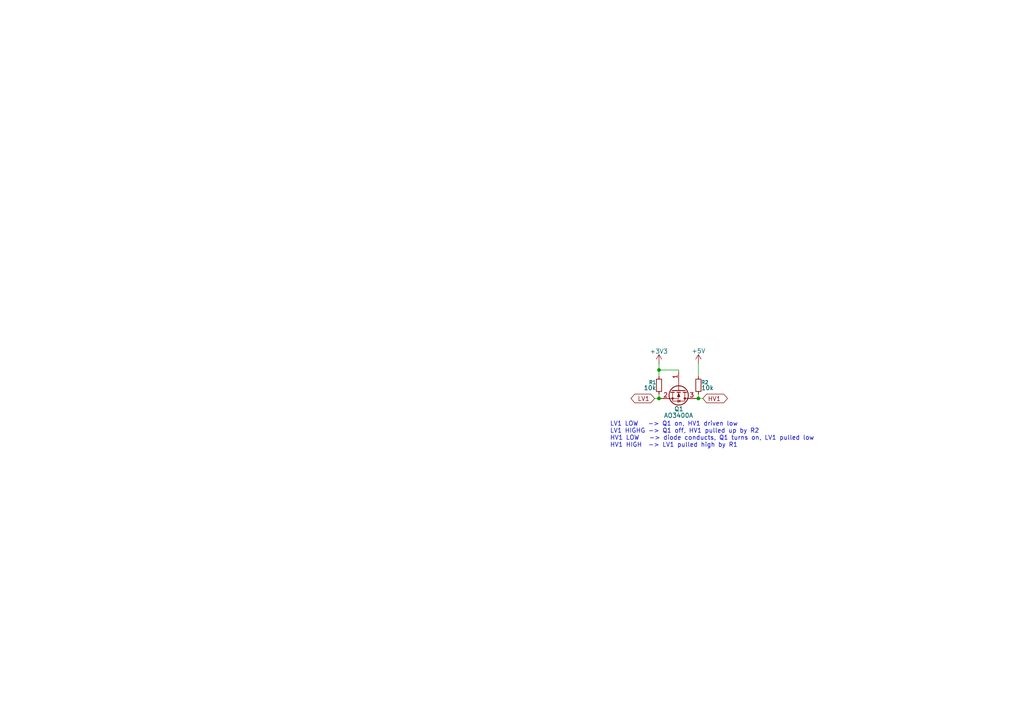
<source format=kicad_sch>
(kicad_sch (version 20250114) (generator "eeschema") (generator_version "9.0")
  (paper "A4")
  (lib_symbols
    (symbol "Device:R_Small" (pin_numbers (hide yes)) (pin_names (offset 0.254) (hide yes))
      (property "Reference" "R" (at 0 0 90))
      (property "Value" "R_Small" (at 1.778 0 90))
      (symbol "R_Small_0_1"
        (rectangle (start -0.762 1.778) (end 0.762 -1.778) (stroke (width 0.2032)))
      )
      (symbol "R_Small_1_1"
        (pin passive line (at 0 2.54 270) (length 0.762) (name "~") (number "1"))
        (pin passive line (at 0 -2.54 90) (length 0.762) (name "~") (number "2"))
      )
    )
    (symbol "Transistor_FET:AO3400A" (pin_names (offset 0) (hide yes))
      (property "Reference" "Q" (at 5.08 1.905 0))
      (property "Value" "AO3400A" (at 5.08 0 0))
      (symbol "AO3400A_0_1"
        (polyline (pts (xy 0.254 1.905) (xy 0.254 -1.905)) (stroke (width 0.254)))
        (polyline (pts (xy 0.254 0) (xy -2.54 0)))
        (polyline (pts (xy 0.762 2.286) (xy 0.762 1.27)) (stroke (width 0.254)))
        (polyline (pts (xy 0.762 0.508) (xy 0.762 -0.508)) (stroke (width 0.254)))
        (polyline (pts (xy 0.762 -1.27) (xy 0.762 -2.286)) (stroke (width 0.254)))
        (polyline (pts (xy 0.762 -1.778) (xy 3.302 -1.778) (xy 3.302 1.778) (xy 0.762 1.778)))
        (polyline (pts (xy 1.016 0) (xy 2.032 0.381) (xy 2.032 -0.381) (xy 1.016 0)) (fill (type outline)))
        (circle (center 1.651 0) (radius 2.794) (stroke (width 0.254)))
        (polyline (pts (xy 2.54 2.54) (xy 2.54 1.778)))
        (circle (center 2.54 1.778) (radius 0.254) (fill (type outline)))
        (circle (center 2.54 -1.778) (radius 0.254) (fill (type outline)))
        (polyline (pts (xy 2.54 -2.54) (xy 2.54 0) (xy 0.762 0)))
        (polyline (pts (xy 2.921 0.381) (xy 3.683 0.381)))
        (polyline (pts (xy 3.302 0.381) (xy 2.921 -0.254) (xy 3.683 -0.254) (xy 3.302 0.381)))
      )
      (symbol "AO3400A_1_1"
        (pin input line (at -5.08 0 0) (length 2.54) (name "G") (number "1"))
        (pin passive line (at 2.54 5.08 270) (length 2.54) (name "D") (number "3"))
        (pin passive line (at 2.54 -5.08 90) (length 2.54) (name "S") (number "2"))
      )
    )
    (symbol "power:+3V3" (power) (pin_numbers (hide yes)) (pin_names (offset 0) (hide yes))
      (property "Value" "+3V3" (at 0 3.556 0))
      (symbol "+3V3_0_1"
        (polyline (pts (xy -0.762 1.27) (xy 0 2.54)))
        (polyline (pts (xy 0 2.54) (xy 0.762 1.27)))
        (polyline (pts (xy 0 0) (xy 0 2.54)))
      )
      (symbol "+3V3_1_1"
        (pin power_in line (at 0 0 90) (length 0) (name "~") (number "1"))
      )
    )
    (symbol "power:+5V" (power) (pin_numbers (hide yes)) (pin_names (offset 0) (hide yes))
      (property "Value" "+5V" (at 0 3.556 0))
      (symbol "+5V_0_1"
        (polyline (pts (xy -0.762 1.27) (xy 0 2.54)))
        (polyline (pts (xy 0 2.54) (xy 0.762 1.27)))
        (polyline (pts (xy 0 0) (xy 0 2.54)))
      )
      (symbol "+5V_1_1"
        (pin power_in line (at 0 0 90) (length 0) (name "~") (number "1"))
      )
    )
  )
  (text "LV1 LOW   -> Q1 on, HV1 driven low\nLV1 HIGHG -> Q1 off, HV1 pulled up by R2\nHV1 LOW   -> diode conducts, Q1 turns on, LV1 pulled low\nHV1 HIGH  -> LV1 pulled high by R1" (at 176.9 126.1 0) (effects (font (size 1.27 1.27)) (justify left)))
  (junction (at 191.135 115.57))
  (junction (at 202.565 115.57))
  (junction (at 191.135 107.315))
  (wire (pts (xy 191.135 107.315) (xy 191.135 109.22)))
  (wire (pts (xy 196.85 107.315) (xy 191.135 107.315)))
  (wire (pts (xy 191.135 115.57) (xy 191.77 115.57)))
  (wire (pts (xy 196.85 107.95) (xy 196.85 107.315)))
  (wire (pts (xy 202.565 115.57) (xy 203.835 115.57)))
  (wire (pts (xy 202.565 105.41) (xy 202.565 109.22)))
  (wire (pts (xy 201.93 115.57) (xy 202.565 115.57)))
  (wire (pts (xy 191.135 114.3) (xy 191.135 115.57)))
  (wire (pts (xy 202.565 114.3) (xy 202.565 115.57)))
  (wire (pts (xy 191.135 105.41) (xy 191.135 107.315)))
  (wire (pts (xy 189.865 115.57) (xy 191.135 115.57)))
  (global_label "HV1" (shape bidirectional) (at 203.835 115.57 0) (property "Intersheetrefs" "${INTERSHEET_REFS}" (effects (hide yes))))
  (global_label "LV1" (shape bidirectional) (at 189.865 115.57 180) (property "Intersheetrefs" "${INTERSHEET_REFS}" (effects (hide yes))))
  (symbol (lib_id "Device:R_Small") (at 202.565 111.76 0) (unit 1)
    (property "Reference" "R2" (at 203.36 110.895 0) (effects (font (size 1.016 1.016)) (justify left)))
    (property "Value" "10k" (at 203.36 112.495 0) (effects (justify left)))
    (property "Description" "Resistor, small symbol" (effects (hide yes)))
  )
  (symbol (lib_id "Transistor_FET:AO3400A") (at 196.85 113.03 270) (unit 1)
    (property "Reference" "Q1" (at 196.9 118.6 90))
    (property "Value" "AO3400A" (at 196.8 120.5 90))
    (property "Footprint" "Package_TO_SOT_SMD:SOT-23" (effects (hide yes)))
    (property "Datasheet" "http://www.aosmd.com/pdfs/datasheet/AO3400A.pdf" (effects (hide yes)))
    (property "Description" "30V Vds, 5.7A Id, N-Channel MOSFET, SOT-23" (effects (hide yes)))
  )
  (symbol (lib_id "power:+3V3") (at 191.135 105.41 0) (unit 1)
    (property "Reference" "#PWR05" (effects (hide yes)))
    (property "Value" "+3V3" (at 191.1 101.9 0))
    (property "Description" "Power symbol creates a global label with name \"+3V3\"" (effects (hide yes)))
  )
  (symbol (lib_id "power:+5V") (at 202.565 105.41 0) (unit 1)
    (property "Reference" "#PWR06" (effects (hide yes)))
    (property "Value" "+5V" (at 202.6 101.8 0))
    (property "Description" "Power symbol creates a global label with name \"+5V\"" (effects (hide yes)))
  )
  (symbol (lib_id "Device:R_Small") (at 191.135 111.76 0) (mirror y) (unit 1)
    (property "Reference" "R1" (at 190.34 110.895 0) (effects (font (size 1.016 1.016)) (justify left)))
    (property "Value" "10k" (at 190.34 112.495 0) (effects (justify left)))
    (property "Description" "Resistor, small symbol" (effects (hide yes)))
  )
)
</source>
